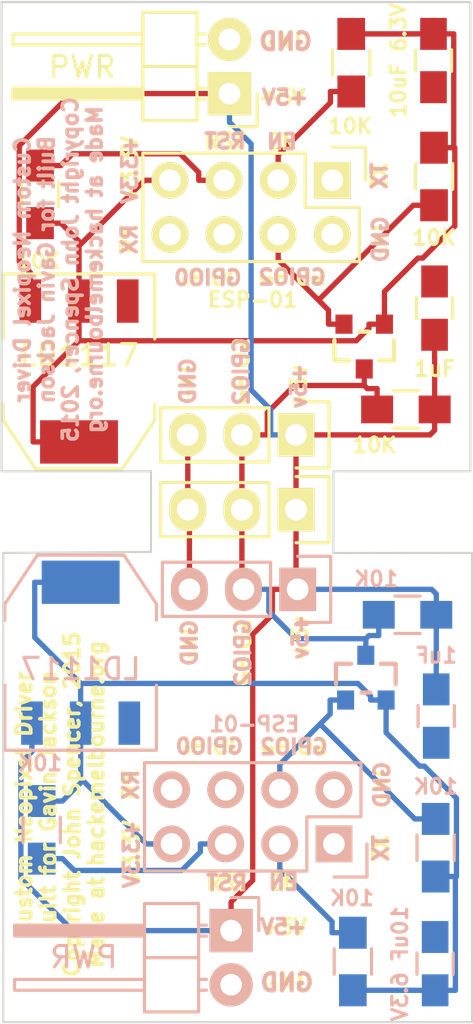
<source format=kicad_pcb>
(kicad_pcb (version 4) (host pcbnew 4.0.0-rc1-stable)

  (general
    (links 54)
    (no_connects 20)
    (area 65.917399 18.741399 88.242401 67.034401)
    (thickness 1.6)
    (drawings 66)
    (tracks 151)
    (zones 0)
    (modules 23)
    (nets 11)
  )

  (page A4)
  (layers
    (0 F.Cu signal)
    (31 B.Cu signal)
    (32 B.Adhes user)
    (33 F.Adhes user)
    (34 B.Paste user)
    (35 F.Paste user)
    (36 B.SilkS user)
    (37 F.SilkS user)
    (38 B.Mask user)
    (39 F.Mask user)
    (40 Dwgs.User user)
    (41 Cmts.User user)
    (42 Eco1.User user)
    (43 Eco2.User user)
    (44 Edge.Cuts user)
    (45 Margin user)
    (46 B.CrtYd user)
    (47 F.CrtYd user)
    (48 B.Fab user)
    (49 F.Fab user)
  )

  (setup
    (last_trace_width 0.25)
    (trace_clearance 0.2)
    (zone_clearance 0.508)
    (zone_45_only yes)
    (trace_min 0.2)
    (segment_width 0.2)
    (edge_width 0.1)
    (via_size 0.6)
    (via_drill 0.4)
    (via_min_size 0.4)
    (via_min_drill 0.3)
    (uvia_size 0.3)
    (uvia_drill 0.1)
    (uvias_allowed no)
    (uvia_min_size 0.2)
    (uvia_min_drill 0.1)
    (pcb_text_width 0.3)
    (pcb_text_size 1.5 1.5)
    (mod_edge_width 0.15)
    (mod_text_size 1 1)
    (mod_text_width 0.15)
    (pad_size 1.5 1.5)
    (pad_drill 0.6)
    (pad_to_mask_clearance 0)
    (aux_axis_origin 0 0)
    (grid_origin 34.29 56.261)
    (visible_elements 7FFFF7FF)
    (pcbplotparams
      (layerselection 0x010ff_80000001)
      (usegerberextensions false)
      (excludeedgelayer true)
      (linewidth 0.100000)
      (plotframeref false)
      (viasonmask false)
      (mode 1)
      (useauxorigin false)
      (hpglpennumber 1)
      (hpglpenspeed 20)
      (hpglpendiameter 15)
      (hpglpenoverlay 2)
      (psnegative false)
      (psa4output false)
      (plotreference true)
      (plotvalue true)
      (plotinvisibletext false)
      (padsonsilk false)
      (subtractmaskfromsilk false)
      (outputformat 1)
      (mirror false)
      (drillshape 0)
      (scaleselection 1)
      (outputdirectory Gerber.2/))
  )

  (net 0 "")
  (net 1 +5V)
  (net 2 GND)
  (net 3 +3V3)
  (net 4 NEO)
  (net 5 GPIO2)
  (net 6 "Net-(R1-Pad1)")
  (net 7 "Net-(R2-Pad1)")
  (net 8 TX)
  (net 9 "Net-(U2-Pad6)")
  (net 10 RX)

  (net_class Default "This is the default net class."
    (clearance 0.2)
    (trace_width 0.25)
    (via_dia 0.6)
    (via_drill 0.4)
    (uvia_dia 0.3)
    (uvia_drill 0.1)
    (add_net +3V3)
    (add_net +5V)
    (add_net GND)
    (add_net GPIO2)
    (add_net NEO)
    (add_net "Net-(R1-Pad1)")
    (add_net "Net-(R2-Pad1)")
    (add_net "Net-(U2-Pad6)")
    (add_net RX)
    (add_net TX)
  )

  (module Pin_Headers:Pin_Header_Straight_2x04 (layer B.Cu) (tedit 567FC876) (tstamp 567FCAF0)
    (at 81.7118 58.4454 90)
    (descr "Through hole pin header")
    (tags "pin header")
    (path /567A850C)
    (fp_text reference U2 (at 0 5.1 90) (layer B.SilkS) hide
      (effects (font (size 1 1) (thickness 0.15)) (justify mirror))
    )
    (fp_text value ESP-01 (at 5.6134 -3.7338 360) (layer B.SilkS)
      (effects (font (size 0.7 0.7) (thickness 0.15)) (justify mirror))
    )
    (fp_line (start -1.75 1.75) (end -1.75 -9.4) (layer B.CrtYd) (width 0.05))
    (fp_line (start 4.3 1.75) (end 4.3 -9.4) (layer B.CrtYd) (width 0.05))
    (fp_line (start -1.75 1.75) (end 4.3 1.75) (layer B.CrtYd) (width 0.05))
    (fp_line (start -1.75 -9.4) (end 4.3 -9.4) (layer B.CrtYd) (width 0.05))
    (fp_line (start -1.27 -1.27) (end -1.27 -8.89) (layer B.SilkS) (width 0.15))
    (fp_line (start -1.27 -8.89) (end 3.81 -8.89) (layer B.SilkS) (width 0.15))
    (fp_line (start 3.81 -8.89) (end 3.81 1.27) (layer B.SilkS) (width 0.15))
    (fp_line (start 3.81 1.27) (end 1.27 1.27) (layer B.SilkS) (width 0.15))
    (fp_line (start 0 1.55) (end -1.55 1.55) (layer B.SilkS) (width 0.15))
    (fp_line (start 1.27 1.27) (end 1.27 -1.27) (layer B.SilkS) (width 0.15))
    (fp_line (start 1.27 -1.27) (end -1.27 -1.27) (layer B.SilkS) (width 0.15))
    (fp_line (start -1.55 1.55) (end -1.55 0) (layer B.SilkS) (width 0.15))
    (pad 1 thru_hole rect (at 0 0 90) (size 1.7272 1.7272) (drill 1.016) (layers *.Cu *.Mask B.SilkS)
      (net 8 TX))
    (pad 2 thru_hole oval (at 2.54 0 90) (size 1.7272 1.7272) (drill 1.016) (layers *.Cu *.Mask B.SilkS)
      (net 2 GND))
    (pad 3 thru_hole oval (at 0 -2.54 90) (size 1.7272 1.7272) (drill 1.016) (layers *.Cu *.Mask B.SilkS)
      (net 7 "Net-(R2-Pad1)"))
    (pad 4 thru_hole oval (at 2.54 -2.54 90) (size 1.7272 1.7272) (drill 1.016) (layers *.Cu *.Mask B.SilkS)
      (net 5 GPIO2))
    (pad 5 thru_hole oval (at 0 -5.08 90) (size 1.7272 1.7272) (drill 1.016) (layers *.Cu *.Mask B.SilkS)
      (net 6 "Net-(R1-Pad1)"))
    (pad 6 thru_hole oval (at 2.54 -5.08 90) (size 1.7272 1.7272) (drill 1.016) (layers *.Cu *.Mask B.SilkS)
      (net 9 "Net-(U2-Pad6)"))
    (pad 7 thru_hole oval (at 0 -7.62 90) (size 1.7272 1.7272) (drill 1.016) (layers *.Cu *.Mask B.SilkS)
      (net 3 +3V3))
    (pad 8 thru_hole oval (at 2.54 -7.62 90) (size 1.7272 1.7272) (drill 1.016) (layers *.Cu *.Mask B.SilkS)
      (net 10 RX))
    (model Pin_Headers.3dshapes/Pin_Header_Straight_2x04.wrl
      (at (xyz 0.05 -0.15 0))
      (scale (xyz 1 1 1))
      (rotate (xyz 0 0 90))
    )
  )

  (module Pin_Headers:Pin_Header_Straight_1x03 (layer B.Cu) (tedit 567FBE6F) (tstamp 567FCADF)
    (at 80.01 46.5074 90)
    (descr "Through hole pin header")
    (tags "pin header")
    (path /567E62BC)
    (fp_text reference " P1" (at -2.921 1.8288 90) (layer B.SilkS) hide
      (effects (font (size 1 1) (thickness 0.15)) (justify mirror))
    )
    (fp_text value NEOPIXEL (at -2.3876 -2.4384 360) (layer B.SilkS) hide
      (effects (font (size 0.7 0.7) (thickness 0.15)) (justify mirror))
    )
    (fp_line (start -1.75 1.75) (end -1.75 -6.85) (layer B.CrtYd) (width 0.05))
    (fp_line (start 1.75 1.75) (end 1.75 -6.85) (layer B.CrtYd) (width 0.05))
    (fp_line (start -1.75 1.75) (end 1.75 1.75) (layer B.CrtYd) (width 0.05))
    (fp_line (start -1.75 -6.85) (end 1.75 -6.85) (layer B.CrtYd) (width 0.05))
    (fp_line (start -1.27 -1.27) (end -1.27 -6.35) (layer B.SilkS) (width 0.15))
    (fp_line (start -1.27 -6.35) (end 1.27 -6.35) (layer B.SilkS) (width 0.15))
    (fp_line (start 1.27 -6.35) (end 1.27 -1.27) (layer B.SilkS) (width 0.15))
    (fp_line (start 1.55 1.55) (end 1.55 0) (layer B.SilkS) (width 0.15))
    (fp_line (start 1.27 -1.27) (end -1.27 -1.27) (layer B.SilkS) (width 0.15))
    (fp_line (start -1.55 0) (end -1.55 1.55) (layer B.SilkS) (width 0.15))
    (fp_line (start -1.55 1.55) (end 1.55 1.55) (layer B.SilkS) (width 0.15))
    (pad 1 thru_hole rect (at 0 0 90) (size 2.032 1.7272) (drill 1.016) (layers *.Cu *.Mask B.SilkS)
      (net 1 +5V))
    (pad 2 thru_hole oval (at 0 -2.54 90) (size 2.032 1.7272) (drill 1.016) (layers *.Cu *.Mask B.SilkS)
      (net 4 NEO))
    (pad 3 thru_hole oval (at 0 -5.08 90) (size 2.032 1.7272) (drill 1.016) (layers *.Cu *.Mask B.SilkS)
      (net 2 GND))
    (model Pin_Headers.3dshapes/Pin_Header_Straight_1x03.wrl
      (at (xyz 0 -0.1 0))
      (scale (xyz 1 1 1))
      (rotate (xyz 0 0 90))
    )
  )

  (module TO_SOT_Packages_SMD:SOT-223 placed (layer B.Cu) (tedit 567FB8E6) (tstamp 567FCAD0)
    (at 69.8246 49.4792 180)
    (descr "module CMS SOT223 4 pins")
    (tags "CMS SOT")
    (path /558D64A3)
    (attr smd)
    (fp_text reference U1 (at 0 0.762 180) (layer B.SilkS) hide
      (effects (font (size 1 1) (thickness 0.15)) (justify mirror))
    )
    (fp_text value LD1117 (at 0 -0.762 180) (layer B.SilkS)
      (effects (font (size 1 1) (thickness 0.15)) (justify mirror))
    )
    (fp_line (start -3.556 -1.524) (end -3.556 -4.572) (layer B.SilkS) (width 0.15))
    (fp_line (start -3.556 -4.572) (end 3.556 -4.572) (layer B.SilkS) (width 0.15))
    (fp_line (start 3.556 -4.572) (end 3.556 -1.524) (layer B.SilkS) (width 0.15))
    (fp_line (start -3.556 1.524) (end -3.556 2.286) (layer B.SilkS) (width 0.15))
    (fp_line (start -3.556 2.286) (end -2.032 4.572) (layer B.SilkS) (width 0.15))
    (fp_line (start -2.032 4.572) (end 2.032 4.572) (layer B.SilkS) (width 0.15))
    (fp_line (start 2.032 4.572) (end 3.556 2.286) (layer B.SilkS) (width 0.15))
    (fp_line (start 3.556 2.286) (end 3.556 1.524) (layer B.SilkS) (width 0.15))
    (pad 4 smd rect (at 0 3.302 180) (size 3.6576 2.032) (layers B.Cu B.Paste B.Mask)
      (net 3 +3V3))
    (pad 2 smd rect (at 0 -3.302 180) (size 1.016 2.032) (layers B.Cu B.Paste B.Mask)
      (net 3 +3V3))
    (pad 3 smd rect (at 2.286 -3.302 180) (size 1.016 2.032) (layers B.Cu B.Paste B.Mask)
      (net 1 +5V))
    (pad 1 smd rect (at -2.286 -3.302 180) (size 1.016 2.032) (layers B.Cu B.Paste B.Mask)
      (net 2 GND))
    (model TO_SOT_Packages_SMD.3dshapes/SOT-223.wrl
      (at (xyz 0 0 0))
      (scale (xyz 0.4 0.4 0.4))
      (rotate (xyz 0 0 0))
    )
  )

  (module Resistors_SMD:R_0805_HandSoldering placed (layer B.Cu) (tedit 567FC13D) (tstamp 567FCAC5)
    (at 86.487 58.6232 90)
    (descr "Resistor SMD 0805, hand soldering")
    (tags "resistor 0805")
    (path /567E148E)
    (attr smd)
    (fp_text reference R4 (at -0.0508 -1.5494 90) (layer B.SilkS) hide
      (effects (font (size 1 1) (thickness 0.15)) (justify mirror))
    )
    (fp_text value 10K (at 2.8702 0 360) (layer B.SilkS)
      (effects (font (size 0.7 0.7) (thickness 0.15)) (justify mirror))
    )
    (fp_line (start -2.4 1) (end 2.4 1) (layer B.CrtYd) (width 0.05))
    (fp_line (start -2.4 -1) (end 2.4 -1) (layer B.CrtYd) (width 0.05))
    (fp_line (start -2.4 1) (end -2.4 -1) (layer B.CrtYd) (width 0.05))
    (fp_line (start 2.4 1) (end 2.4 -1) (layer B.CrtYd) (width 0.05))
    (fp_line (start 0.6 -0.875) (end -0.6 -0.875) (layer B.SilkS) (width 0.15))
    (fp_line (start -0.6 0.875) (end 0.6 0.875) (layer B.SilkS) (width 0.15))
    (pad 1 smd rect (at -1.35 0 90) (size 1.5 1.3) (layers B.Cu B.Paste B.Mask)
      (net 3 +3V3))
    (pad 2 smd rect (at 1.35 0 90) (size 1.5 1.3) (layers B.Cu B.Paste B.Mask)
      (net 5 GPIO2))
    (model Resistors_SMD.3dshapes/R_0805_HandSoldering.wrl
      (at (xyz 0 0 0))
      (scale (xyz 1 1 1))
      (rotate (xyz 0 0 0))
    )
  )

  (module Resistors_SMD:R_0805_HandSoldering placed (layer B.Cu) (tedit 567FBAB1) (tstamp 567FCABA)
    (at 85.1662 47.7012 180)
    (descr "Resistor SMD 0805, hand soldering")
    (tags "resistor 0805")
    (path /567E4DB7)
    (attr smd)
    (fp_text reference R3 (at 0 2.1 180) (layer B.SilkS) hide
      (effects (font (size 1 1) (thickness 0.15)) (justify mirror))
    )
    (fp_text value 10K (at 1.4732 1.6764 360) (layer B.SilkS)
      (effects (font (size 0.7 0.7) (thickness 0.15)) (justify mirror))
    )
    (fp_line (start -2.4 1) (end 2.4 1) (layer B.CrtYd) (width 0.05))
    (fp_line (start -2.4 -1) (end 2.4 -1) (layer B.CrtYd) (width 0.05))
    (fp_line (start -2.4 1) (end -2.4 -1) (layer B.CrtYd) (width 0.05))
    (fp_line (start 2.4 1) (end 2.4 -1) (layer B.CrtYd) (width 0.05))
    (fp_line (start 0.6 -0.875) (end -0.6 -0.875) (layer B.SilkS) (width 0.15))
    (fp_line (start -0.6 0.875) (end 0.6 0.875) (layer B.SilkS) (width 0.15))
    (pad 1 smd rect (at -1.35 0 180) (size 1.5 1.3) (layers B.Cu B.Paste B.Mask)
      (net 1 +5V))
    (pad 2 smd rect (at 1.35 0 180) (size 1.5 1.3) (layers B.Cu B.Paste B.Mask)
      (net 4 NEO))
    (model Resistors_SMD.3dshapes/R_0805_HandSoldering.wrl
      (at (xyz 0 0 0))
      (scale (xyz 1 1 1))
      (rotate (xyz 0 0 0))
    )
  )

  (module Resistors_SMD:R_0805_HandSoldering placed (layer B.Cu) (tedit 567FBA08) (tstamp 567FCAAF)
    (at 82.6008 63.9572 270)
    (descr "Resistor SMD 0805, hand soldering")
    (tags "resistor 0805")
    (path /567D3807)
    (attr smd)
    (fp_text reference R2 (at -3.1242 -0.0254 540) (layer B.SilkS) hide
      (effects (font (size 1 1) (thickness 0.15)) (justify mirror))
    )
    (fp_text value 10K (at -2.9718 0.0508 540) (layer B.SilkS)
      (effects (font (size 0.7 0.7) (thickness 0.15)) (justify mirror))
    )
    (fp_line (start -2.4 1) (end 2.4 1) (layer B.CrtYd) (width 0.05))
    (fp_line (start -2.4 -1) (end 2.4 -1) (layer B.CrtYd) (width 0.05))
    (fp_line (start -2.4 1) (end -2.4 -1) (layer B.CrtYd) (width 0.05))
    (fp_line (start 2.4 1) (end 2.4 -1) (layer B.CrtYd) (width 0.05))
    (fp_line (start 0.6 -0.875) (end -0.6 -0.875) (layer B.SilkS) (width 0.15))
    (fp_line (start -0.6 0.875) (end 0.6 0.875) (layer B.SilkS) (width 0.15))
    (pad 1 smd rect (at -1.35 0 270) (size 1.5 1.3) (layers B.Cu B.Paste B.Mask)
      (net 7 "Net-(R2-Pad1)"))
    (pad 2 smd rect (at 1.35 0 270) (size 1.5 1.3) (layers B.Cu B.Paste B.Mask)
      (net 3 +3V3))
    (model Resistors_SMD.3dshapes/R_0805_HandSoldering.wrl
      (at (xyz 0 0 0))
      (scale (xyz 1 1 1))
      (rotate (xyz 0 0 0))
    )
  )

  (module Resistors_SMD:R_0805_HandSoldering placed (layer B.Cu) (tedit 567FB797) (tstamp 567FCAA4)
    (at 67.9958 57.785 90)
    (descr "Resistor SMD 0805, hand soldering")
    (tags "resistor 0805")
    (path /54EDD918)
    (attr smd)
    (fp_text reference R1 (at -3.048 -0.0254 360) (layer B.SilkS) hide
      (effects (font (size 1 1) (thickness 0.15)) (justify mirror))
    )
    (fp_text value 10K (at 3.1242 -0.0762 360) (layer B.SilkS)
      (effects (font (size 0.7 0.7) (thickness 0.15)) (justify mirror))
    )
    (fp_line (start -2.4 1) (end 2.4 1) (layer B.CrtYd) (width 0.05))
    (fp_line (start -2.4 -1) (end 2.4 -1) (layer B.CrtYd) (width 0.05))
    (fp_line (start -2.4 1) (end -2.4 -1) (layer B.CrtYd) (width 0.05))
    (fp_line (start 2.4 1) (end 2.4 -1) (layer B.CrtYd) (width 0.05))
    (fp_line (start 0.6 -0.875) (end -0.6 -0.875) (layer B.SilkS) (width 0.15))
    (fp_line (start -0.6 0.875) (end 0.6 0.875) (layer B.SilkS) (width 0.15))
    (pad 1 smd rect (at -1.35 0 90) (size 1.5 1.3) (layers B.Cu B.Paste B.Mask)
      (net 6 "Net-(R1-Pad1)"))
    (pad 2 smd rect (at 1.35 0 90) (size 1.5 1.3) (layers B.Cu B.Paste B.Mask)
      (net 3 +3V3))
    (model Resistors_SMD.3dshapes/R_0805_HandSoldering.wrl
      (at (xyz 0 0 0))
      (scale (xyz 1 1 1))
      (rotate (xyz 0 0 0))
    )
  )

  (module FT:SOT23_FET placed (layer B.Cu) (tedit 5477A114) (tstamp 567FCA99)
    (at 83.2104 50.6984 180)
    (path /567E4821)
    (attr smd)
    (fp_text reference Q1 (at 0 0.05 180) (layer Eco1.User)
      (effects (font (size 0.5 0.5) (thickness 0.1)))
    )
    (fp_text value 2n7002 (at 0 -2.1 180) (layer Eco1.User) hide
      (effects (font (size 0.5 0.5) (thickness 0.1)))
    )
    (fp_line (start -0.20066 -0.65024) (end 0.20066 -0.65024) (layer B.SilkS) (width 0.20066))
    (fp_line (start 1.39954 0.70104) (end 1.39954 -0.24892) (layer B.SilkS) (width 0.20066))
    (fp_line (start 1.39954 0.70104) (end 0.70104 0.70104) (layer B.SilkS) (width 0.20066))
    (fp_line (start -1.39954 0.70104) (end -0.70104 0.70104) (layer B.SilkS) (width 0.20066))
    (fp_line (start -1.39954 0.70104) (end -1.39954 -0.24892) (layer B.SilkS) (width 0.20066))
    (pad D smd rect (at 0 1.09982 180) (size 0.8001 0.89916) (layers B.Cu B.Paste B.Mask)
      (net 4 NEO))
    (pad G smd rect (at -0.94996 -1.00076 180) (size 0.8001 0.89916) (layers B.Cu B.Paste B.Mask)
      (net 3 +3V3))
    (pad S smd rect (at 0.94996 -1.00076 180) (size 0.8001 0.89916) (layers B.Cu B.Paste B.Mask)
      (net 5 GPIO2))
  )

  (module Pin_Headers:Pin_Header_Angled_1x02 (layer B.Cu) (tedit 567FBE8B) (tstamp 567FCA77)
    (at 76.8858 62.5094 180)
    (descr "Through hole pin header")
    (tags "pin header")
    (path /558E5C4B)
    (fp_text reference P3 (at 5.2578 -1.3462 180) (layer B.SilkS) hide
      (effects (font (size 1 1) (thickness 0.15)) (justify mirror))
    )
    (fp_text value PWR (at 6.9088 -1.2446 360) (layer B.SilkS)
      (effects (font (size 1 1) (thickness 0.15)) (justify mirror))
    )
    (fp_line (start -1.5 1.75) (end -1.5 -4.3) (layer B.CrtYd) (width 0.05))
    (fp_line (start 10.65 1.75) (end 10.65 -4.3) (layer B.CrtYd) (width 0.05))
    (fp_line (start -1.5 1.75) (end 10.65 1.75) (layer B.CrtYd) (width 0.05))
    (fp_line (start -1.5 -4.3) (end 10.65 -4.3) (layer B.CrtYd) (width 0.05))
    (fp_line (start -1.3 1.55) (end -1.3 0) (layer B.SilkS) (width 0.15))
    (fp_line (start 0 1.55) (end -1.3 1.55) (layer B.SilkS) (width 0.15))
    (fp_line (start 4.191 0.127) (end 10.033 0.127) (layer B.SilkS) (width 0.15))
    (fp_line (start 10.033 0.127) (end 10.033 -0.127) (layer B.SilkS) (width 0.15))
    (fp_line (start 10.033 -0.127) (end 4.191 -0.127) (layer B.SilkS) (width 0.15))
    (fp_line (start 4.191 -0.127) (end 4.191 0) (layer B.SilkS) (width 0.15))
    (fp_line (start 4.191 0) (end 10.033 0) (layer B.SilkS) (width 0.15))
    (fp_line (start 1.524 0.254) (end 1.143 0.254) (layer B.SilkS) (width 0.15))
    (fp_line (start 1.524 -0.254) (end 1.143 -0.254) (layer B.SilkS) (width 0.15))
    (fp_line (start 1.524 -2.286) (end 1.143 -2.286) (layer B.SilkS) (width 0.15))
    (fp_line (start 1.524 -2.794) (end 1.143 -2.794) (layer B.SilkS) (width 0.15))
    (fp_line (start 1.524 1.27) (end 4.064 1.27) (layer B.SilkS) (width 0.15))
    (fp_line (start 1.524 -1.27) (end 4.064 -1.27) (layer B.SilkS) (width 0.15))
    (fp_line (start 1.524 -1.27) (end 1.524 -3.81) (layer B.SilkS) (width 0.15))
    (fp_line (start 1.524 -3.81) (end 4.064 -3.81) (layer B.SilkS) (width 0.15))
    (fp_line (start 4.064 -2.286) (end 10.16 -2.286) (layer B.SilkS) (width 0.15))
    (fp_line (start 10.16 -2.286) (end 10.16 -2.794) (layer B.SilkS) (width 0.15))
    (fp_line (start 10.16 -2.794) (end 4.064 -2.794) (layer B.SilkS) (width 0.15))
    (fp_line (start 4.064 -3.81) (end 4.064 -1.27) (layer B.SilkS) (width 0.15))
    (fp_line (start 4.064 -1.27) (end 4.064 1.27) (layer B.SilkS) (width 0.15))
    (fp_line (start 10.16 -0.254) (end 4.064 -0.254) (layer B.SilkS) (width 0.15))
    (fp_line (start 10.16 0.254) (end 10.16 -0.254) (layer B.SilkS) (width 0.15))
    (fp_line (start 4.064 0.254) (end 10.16 0.254) (layer B.SilkS) (width 0.15))
    (fp_line (start 1.524 -1.27) (end 4.064 -1.27) (layer B.SilkS) (width 0.15))
    (fp_line (start 1.524 1.27) (end 1.524 -1.27) (layer B.SilkS) (width 0.15))
    (pad 1 thru_hole rect (at 0 0 180) (size 2.032 2.032) (drill 1.016) (layers *.Cu *.Mask B.SilkS)
      (net 1 +5V))
    (pad 2 thru_hole oval (at 0 -2.54 180) (size 2.032 2.032) (drill 1.016) (layers *.Cu *.Mask B.SilkS)
      (net 2 GND))
    (model Pin_Headers.3dshapes/Pin_Header_Angled_1x02.wrl
      (at (xyz 0 -0.05 0))
      (scale (xyz 1 1 1))
      (rotate (xyz 0 0 90))
    )
  )

  (module Capacitors_SMD:C_0805_HandSoldering placed (layer B.Cu) (tedit 567FBE81) (tstamp 567FCA6C)
    (at 86.4616 64.0588 90)
    (descr "Capacitor SMD 0805, hand soldering")
    (tags "capacitor 0805")
    (path /558D5C79)
    (attr smd)
    (fp_text reference C2 (at 0 -1.8288 90) (layer B.SilkS) hide
      (effects (font (size 1 1) (thickness 0.15)) (justify mirror))
    )
    (fp_text value "10uF 6.3V" (at 0 -1.651 90) (layer B.SilkS)
      (effects (font (size 0.7 0.7) (thickness 0.15)) (justify mirror))
    )
    (fp_line (start -2.3 1) (end 2.3 1) (layer B.CrtYd) (width 0.05))
    (fp_line (start -2.3 -1) (end 2.3 -1) (layer B.CrtYd) (width 0.05))
    (fp_line (start -2.3 1) (end -2.3 -1) (layer B.CrtYd) (width 0.05))
    (fp_line (start 2.3 1) (end 2.3 -1) (layer B.CrtYd) (width 0.05))
    (fp_line (start 0.5 0.85) (end -0.5 0.85) (layer B.SilkS) (width 0.15))
    (fp_line (start -0.5 -0.85) (end 0.5 -0.85) (layer B.SilkS) (width 0.15))
    (pad 1 smd rect (at -1.25 0 90) (size 1.5 1.25) (layers B.Cu B.Paste B.Mask)
      (net 3 +3V3))
    (pad 2 smd rect (at 1.25 0 90) (size 1.5 1.25) (layers B.Cu B.Paste B.Mask)
      (net 2 GND))
    (model Capacitors_SMD.3dshapes/C_0805_HandSoldering.wrl
      (at (xyz 0 0 0))
      (scale (xyz 1 1 1))
      (rotate (xyz 0 0 0))
    )
  )

  (module Capacitors_SMD:C_0805_HandSoldering placed (layer B.Cu) (tedit 567FBAA1) (tstamp 567FCA61)
    (at 86.5124 52.451 270)
    (descr "Capacitor SMD 0805, hand soldering")
    (tags "capacitor 0805")
    (path /558D5C3E)
    (attr smd)
    (fp_text reference C1 (at 0 2.1 270) (layer B.SilkS) hide
      (effects (font (size 1 1) (thickness 0.15)) (justify mirror))
    )
    (fp_text value 1uF (at -2.8448 0 540) (layer B.SilkS)
      (effects (font (size 0.7 0.7) (thickness 0.15)) (justify mirror))
    )
    (fp_line (start -2.3 1) (end 2.3 1) (layer B.CrtYd) (width 0.05))
    (fp_line (start -2.3 -1) (end 2.3 -1) (layer B.CrtYd) (width 0.05))
    (fp_line (start -2.3 1) (end -2.3 -1) (layer B.CrtYd) (width 0.05))
    (fp_line (start 2.3 1) (end 2.3 -1) (layer B.CrtYd) (width 0.05))
    (fp_line (start 0.5 0.85) (end -0.5 0.85) (layer B.SilkS) (width 0.15))
    (fp_line (start -0.5 -0.85) (end 0.5 -0.85) (layer B.SilkS) (width 0.15))
    (pad 1 smd rect (at -1.25 0 270) (size 1.5 1.25) (layers B.Cu B.Paste B.Mask)
      (net 1 +5V))
    (pad 2 smd rect (at 1.25 0 270) (size 1.5 1.25) (layers B.Cu B.Paste B.Mask)
      (net 2 GND))
    (model Capacitors_SMD.3dshapes/C_0805_HandSoldering.wrl
      (at (xyz 0 0 0))
      (scale (xyz 1 1 1))
      (rotate (xyz 0 0 0))
    )
  )

  (module Capacitors_SMD:C_0805_HandSoldering placed (layer F.Cu) (tedit 567FBAA1) (tstamp 567F9CF5)
    (at 86.4362 33.3248 90)
    (descr "Capacitor SMD 0805, hand soldering")
    (tags "capacitor 0805")
    (path /558D5C3E)
    (attr smd)
    (fp_text reference C1 (at 0 -2.1 90) (layer F.SilkS) hide
      (effects (font (size 1 1) (thickness 0.15)))
    )
    (fp_text value 1uF (at -2.8448 0 180) (layer F.SilkS)
      (effects (font (size 0.7 0.7) (thickness 0.15)))
    )
    (fp_line (start -2.3 -1) (end 2.3 -1) (layer F.CrtYd) (width 0.05))
    (fp_line (start -2.3 1) (end 2.3 1) (layer F.CrtYd) (width 0.05))
    (fp_line (start -2.3 -1) (end -2.3 1) (layer F.CrtYd) (width 0.05))
    (fp_line (start 2.3 -1) (end 2.3 1) (layer F.CrtYd) (width 0.05))
    (fp_line (start 0.5 -0.85) (end -0.5 -0.85) (layer F.SilkS) (width 0.15))
    (fp_line (start -0.5 0.85) (end 0.5 0.85) (layer F.SilkS) (width 0.15))
    (pad 1 smd rect (at -1.25 0 90) (size 1.5 1.25) (layers F.Cu F.Paste F.Mask)
      (net 1 +5V))
    (pad 2 smd rect (at 1.25 0 90) (size 1.5 1.25) (layers F.Cu F.Paste F.Mask)
      (net 2 GND))
    (model Capacitors_SMD.3dshapes/C_0805_HandSoldering.wrl
      (at (xyz 0 0 0))
      (scale (xyz 1 1 1))
      (rotate (xyz 0 0 0))
    )
  )

  (module Capacitors_SMD:C_0805_HandSoldering placed (layer F.Cu) (tedit 567FBE81) (tstamp 567F9CFB)
    (at 86.3854 21.717 270)
    (descr "Capacitor SMD 0805, hand soldering")
    (tags "capacitor 0805")
    (path /558D5C79)
    (attr smd)
    (fp_text reference C2 (at 0 1.8288 270) (layer F.SilkS) hide
      (effects (font (size 1 1) (thickness 0.15)))
    )
    (fp_text value "10uF 6.3V" (at 0 1.651 270) (layer F.SilkS)
      (effects (font (size 0.7 0.7) (thickness 0.15)))
    )
    (fp_line (start -2.3 -1) (end 2.3 -1) (layer F.CrtYd) (width 0.05))
    (fp_line (start -2.3 1) (end 2.3 1) (layer F.CrtYd) (width 0.05))
    (fp_line (start -2.3 -1) (end -2.3 1) (layer F.CrtYd) (width 0.05))
    (fp_line (start 2.3 -1) (end 2.3 1) (layer F.CrtYd) (width 0.05))
    (fp_line (start 0.5 -0.85) (end -0.5 -0.85) (layer F.SilkS) (width 0.15))
    (fp_line (start -0.5 0.85) (end 0.5 0.85) (layer F.SilkS) (width 0.15))
    (pad 1 smd rect (at -1.25 0 270) (size 1.5 1.25) (layers F.Cu F.Paste F.Mask)
      (net 3 +3V3))
    (pad 2 smd rect (at 1.25 0 270) (size 1.5 1.25) (layers F.Cu F.Paste F.Mask)
      (net 2 GND))
    (model Capacitors_SMD.3dshapes/C_0805_HandSoldering.wrl
      (at (xyz 0 0 0))
      (scale (xyz 1 1 1))
      (rotate (xyz 0 0 0))
    )
  )

  (module Pin_Headers:Pin_Header_Angled_1x02 (layer F.Cu) (tedit 567FBE8B) (tstamp 567F9D08)
    (at 76.8096 23.2664 180)
    (descr "Through hole pin header")
    (tags "pin header")
    (path /558E5C4B)
    (fp_text reference P3 (at 5.2578 1.3462 180) (layer F.SilkS) hide
      (effects (font (size 1 1) (thickness 0.15)))
    )
    (fp_text value PWR (at 6.9088 1.2446 360) (layer F.SilkS)
      (effects (font (size 1 1) (thickness 0.15)))
    )
    (fp_line (start -1.5 -1.75) (end -1.5 4.3) (layer F.CrtYd) (width 0.05))
    (fp_line (start 10.65 -1.75) (end 10.65 4.3) (layer F.CrtYd) (width 0.05))
    (fp_line (start -1.5 -1.75) (end 10.65 -1.75) (layer F.CrtYd) (width 0.05))
    (fp_line (start -1.5 4.3) (end 10.65 4.3) (layer F.CrtYd) (width 0.05))
    (fp_line (start -1.3 -1.55) (end -1.3 0) (layer F.SilkS) (width 0.15))
    (fp_line (start 0 -1.55) (end -1.3 -1.55) (layer F.SilkS) (width 0.15))
    (fp_line (start 4.191 -0.127) (end 10.033 -0.127) (layer F.SilkS) (width 0.15))
    (fp_line (start 10.033 -0.127) (end 10.033 0.127) (layer F.SilkS) (width 0.15))
    (fp_line (start 10.033 0.127) (end 4.191 0.127) (layer F.SilkS) (width 0.15))
    (fp_line (start 4.191 0.127) (end 4.191 0) (layer F.SilkS) (width 0.15))
    (fp_line (start 4.191 0) (end 10.033 0) (layer F.SilkS) (width 0.15))
    (fp_line (start 1.524 -0.254) (end 1.143 -0.254) (layer F.SilkS) (width 0.15))
    (fp_line (start 1.524 0.254) (end 1.143 0.254) (layer F.SilkS) (width 0.15))
    (fp_line (start 1.524 2.286) (end 1.143 2.286) (layer F.SilkS) (width 0.15))
    (fp_line (start 1.524 2.794) (end 1.143 2.794) (layer F.SilkS) (width 0.15))
    (fp_line (start 1.524 -1.27) (end 4.064 -1.27) (layer F.SilkS) (width 0.15))
    (fp_line (start 1.524 1.27) (end 4.064 1.27) (layer F.SilkS) (width 0.15))
    (fp_line (start 1.524 1.27) (end 1.524 3.81) (layer F.SilkS) (width 0.15))
    (fp_line (start 1.524 3.81) (end 4.064 3.81) (layer F.SilkS) (width 0.15))
    (fp_line (start 4.064 2.286) (end 10.16 2.286) (layer F.SilkS) (width 0.15))
    (fp_line (start 10.16 2.286) (end 10.16 2.794) (layer F.SilkS) (width 0.15))
    (fp_line (start 10.16 2.794) (end 4.064 2.794) (layer F.SilkS) (width 0.15))
    (fp_line (start 4.064 3.81) (end 4.064 1.27) (layer F.SilkS) (width 0.15))
    (fp_line (start 4.064 1.27) (end 4.064 -1.27) (layer F.SilkS) (width 0.15))
    (fp_line (start 10.16 0.254) (end 4.064 0.254) (layer F.SilkS) (width 0.15))
    (fp_line (start 10.16 -0.254) (end 10.16 0.254) (layer F.SilkS) (width 0.15))
    (fp_line (start 4.064 -0.254) (end 10.16 -0.254) (layer F.SilkS) (width 0.15))
    (fp_line (start 1.524 1.27) (end 4.064 1.27) (layer F.SilkS) (width 0.15))
    (fp_line (start 1.524 -1.27) (end 1.524 1.27) (layer F.SilkS) (width 0.15))
    (pad 1 thru_hole rect (at 0 0 180) (size 2.032 2.032) (drill 1.016) (layers *.Cu *.Mask F.SilkS)
      (net 1 +5V))
    (pad 2 thru_hole oval (at 0 2.54 180) (size 2.032 2.032) (drill 1.016) (layers *.Cu *.Mask F.SilkS)
      (net 2 GND))
    (model Pin_Headers.3dshapes/Pin_Header_Angled_1x02.wrl
      (at (xyz 0 -0.05 0))
      (scale (xyz 1 1 1))
      (rotate (xyz 0 0 90))
    )
  )

  (module FT:SOT23_FET placed (layer F.Cu) (tedit 5477A114) (tstamp 567F9D0F)
    (at 83.1342 35.0774 180)
    (path /567E4821)
    (attr smd)
    (fp_text reference Q1 (at 0 -0.05 180) (layer Eco1.User)
      (effects (font (size 0.5 0.5) (thickness 0.1)))
    )
    (fp_text value 2n7002 (at 0 2.1 180) (layer Eco1.User) hide
      (effects (font (size 0.5 0.5) (thickness 0.1)))
    )
    (fp_line (start -0.20066 0.65024) (end 0.20066 0.65024) (layer F.SilkS) (width 0.20066))
    (fp_line (start 1.39954 -0.70104) (end 1.39954 0.24892) (layer F.SilkS) (width 0.20066))
    (fp_line (start 1.39954 -0.70104) (end 0.70104 -0.70104) (layer F.SilkS) (width 0.20066))
    (fp_line (start -1.39954 -0.70104) (end -0.70104 -0.70104) (layer F.SilkS) (width 0.20066))
    (fp_line (start -1.39954 -0.70104) (end -1.39954 0.24892) (layer F.SilkS) (width 0.20066))
    (pad D smd rect (at 0 -1.09982 180) (size 0.8001 0.89916) (layers F.Cu F.Paste F.Mask)
      (net 4 NEO))
    (pad G smd rect (at -0.94996 1.00076 180) (size 0.8001 0.89916) (layers F.Cu F.Paste F.Mask)
      (net 3 +3V3))
    (pad S smd rect (at 0.94996 1.00076 180) (size 0.8001 0.89916) (layers F.Cu F.Paste F.Mask)
      (net 5 GPIO2))
  )

  (module Resistors_SMD:R_0805_HandSoldering placed (layer F.Cu) (tedit 567FB797) (tstamp 567F9D15)
    (at 67.9196 27.9908 270)
    (descr "Resistor SMD 0805, hand soldering")
    (tags "resistor 0805")
    (path /54EDD918)
    (attr smd)
    (fp_text reference R1 (at -3.048 0.0254 360) (layer F.SilkS) hide
      (effects (font (size 1 1) (thickness 0.15)))
    )
    (fp_text value 10K (at 3.1242 0.0762 360) (layer F.SilkS)
      (effects (font (size 0.7 0.7) (thickness 0.15)))
    )
    (fp_line (start -2.4 -1) (end 2.4 -1) (layer F.CrtYd) (width 0.05))
    (fp_line (start -2.4 1) (end 2.4 1) (layer F.CrtYd) (width 0.05))
    (fp_line (start -2.4 -1) (end -2.4 1) (layer F.CrtYd) (width 0.05))
    (fp_line (start 2.4 -1) (end 2.4 1) (layer F.CrtYd) (width 0.05))
    (fp_line (start 0.6 0.875) (end -0.6 0.875) (layer F.SilkS) (width 0.15))
    (fp_line (start -0.6 -0.875) (end 0.6 -0.875) (layer F.SilkS) (width 0.15))
    (pad 1 smd rect (at -1.35 0 270) (size 1.5 1.3) (layers F.Cu F.Paste F.Mask)
      (net 6 "Net-(R1-Pad1)"))
    (pad 2 smd rect (at 1.35 0 270) (size 1.5 1.3) (layers F.Cu F.Paste F.Mask)
      (net 3 +3V3))
    (model Resistors_SMD.3dshapes/R_0805_HandSoldering.wrl
      (at (xyz 0 0 0))
      (scale (xyz 1 1 1))
      (rotate (xyz 0 0 0))
    )
  )

  (module Resistors_SMD:R_0805_HandSoldering placed (layer F.Cu) (tedit 567FBA08) (tstamp 567F9D1B)
    (at 82.5246 21.8186 90)
    (descr "Resistor SMD 0805, hand soldering")
    (tags "resistor 0805")
    (path /567D3807)
    (attr smd)
    (fp_text reference R2 (at -3.1242 0.0254 180) (layer F.SilkS) hide
      (effects (font (size 1 1) (thickness 0.15)))
    )
    (fp_text value 10K (at -2.9718 -0.0508 180) (layer F.SilkS)
      (effects (font (size 0.7 0.7) (thickness 0.15)))
    )
    (fp_line (start -2.4 -1) (end 2.4 -1) (layer F.CrtYd) (width 0.05))
    (fp_line (start -2.4 1) (end 2.4 1) (layer F.CrtYd) (width 0.05))
    (fp_line (start -2.4 -1) (end -2.4 1) (layer F.CrtYd) (width 0.05))
    (fp_line (start 2.4 -1) (end 2.4 1) (layer F.CrtYd) (width 0.05))
    (fp_line (start 0.6 0.875) (end -0.6 0.875) (layer F.SilkS) (width 0.15))
    (fp_line (start -0.6 -0.875) (end 0.6 -0.875) (layer F.SilkS) (width 0.15))
    (pad 1 smd rect (at -1.35 0 90) (size 1.5 1.3) (layers F.Cu F.Paste F.Mask)
      (net 7 "Net-(R2-Pad1)"))
    (pad 2 smd rect (at 1.35 0 90) (size 1.5 1.3) (layers F.Cu F.Paste F.Mask)
      (net 3 +3V3))
    (model Resistors_SMD.3dshapes/R_0805_HandSoldering.wrl
      (at (xyz 0 0 0))
      (scale (xyz 1 1 1))
      (rotate (xyz 0 0 0))
    )
  )

  (module Resistors_SMD:R_0805_HandSoldering placed (layer F.Cu) (tedit 567FBAB1) (tstamp 567F9D21)
    (at 85.09 38.0746 180)
    (descr "Resistor SMD 0805, hand soldering")
    (tags "resistor 0805")
    (path /567E4DB7)
    (attr smd)
    (fp_text reference R3 (at 0 -2.1 180) (layer F.SilkS) hide
      (effects (font (size 1 1) (thickness 0.15)))
    )
    (fp_text value 10K (at 1.4732 -1.6764 360) (layer F.SilkS)
      (effects (font (size 0.7 0.7) (thickness 0.15)))
    )
    (fp_line (start -2.4 -1) (end 2.4 -1) (layer F.CrtYd) (width 0.05))
    (fp_line (start -2.4 1) (end 2.4 1) (layer F.CrtYd) (width 0.05))
    (fp_line (start -2.4 -1) (end -2.4 1) (layer F.CrtYd) (width 0.05))
    (fp_line (start 2.4 -1) (end 2.4 1) (layer F.CrtYd) (width 0.05))
    (fp_line (start 0.6 0.875) (end -0.6 0.875) (layer F.SilkS) (width 0.15))
    (fp_line (start -0.6 -0.875) (end 0.6 -0.875) (layer F.SilkS) (width 0.15))
    (pad 1 smd rect (at -1.35 0 180) (size 1.5 1.3) (layers F.Cu F.Paste F.Mask)
      (net 1 +5V))
    (pad 2 smd rect (at 1.35 0 180) (size 1.5 1.3) (layers F.Cu F.Paste F.Mask)
      (net 4 NEO))
    (model Resistors_SMD.3dshapes/R_0805_HandSoldering.wrl
      (at (xyz 0 0 0))
      (scale (xyz 1 1 1))
      (rotate (xyz 0 0 0))
    )
  )

  (module Resistors_SMD:R_0805_HandSoldering placed (layer F.Cu) (tedit 567FC13D) (tstamp 567F9D27)
    (at 86.4108 27.1526 270)
    (descr "Resistor SMD 0805, hand soldering")
    (tags "resistor 0805")
    (path /567E148E)
    (attr smd)
    (fp_text reference R4 (at -0.0508 1.5494 270) (layer F.SilkS) hide
      (effects (font (size 1 1) (thickness 0.15)))
    )
    (fp_text value 10K (at 2.8702 0 360) (layer F.SilkS)
      (effects (font (size 0.7 0.7) (thickness 0.15)))
    )
    (fp_line (start -2.4 -1) (end 2.4 -1) (layer F.CrtYd) (width 0.05))
    (fp_line (start -2.4 1) (end 2.4 1) (layer F.CrtYd) (width 0.05))
    (fp_line (start -2.4 -1) (end -2.4 1) (layer F.CrtYd) (width 0.05))
    (fp_line (start 2.4 -1) (end 2.4 1) (layer F.CrtYd) (width 0.05))
    (fp_line (start 0.6 0.875) (end -0.6 0.875) (layer F.SilkS) (width 0.15))
    (fp_line (start -0.6 -0.875) (end 0.6 -0.875) (layer F.SilkS) (width 0.15))
    (pad 1 smd rect (at -1.35 0 270) (size 1.5 1.3) (layers F.Cu F.Paste F.Mask)
      (net 3 +3V3))
    (pad 2 smd rect (at 1.35 0 270) (size 1.5 1.3) (layers F.Cu F.Paste F.Mask)
      (net 5 GPIO2))
    (model Resistors_SMD.3dshapes/R_0805_HandSoldering.wrl
      (at (xyz 0 0 0))
      (scale (xyz 1 1 1))
      (rotate (xyz 0 0 0))
    )
  )

  (module TO_SOT_Packages_SMD:SOT-223 placed (layer F.Cu) (tedit 567FB8E6) (tstamp 567F9D2F)
    (at 69.7484 36.2966 180)
    (descr "module CMS SOT223 4 pins")
    (tags "CMS SOT")
    (path /558D64A3)
    (attr smd)
    (fp_text reference U1 (at 0 -0.762 180) (layer F.SilkS) hide
      (effects (font (size 1 1) (thickness 0.15)))
    )
    (fp_text value LD1117 (at 0 0.762 180) (layer F.SilkS)
      (effects (font (size 1 1) (thickness 0.15)))
    )
    (fp_line (start -3.556 1.524) (end -3.556 4.572) (layer F.SilkS) (width 0.15))
    (fp_line (start -3.556 4.572) (end 3.556 4.572) (layer F.SilkS) (width 0.15))
    (fp_line (start 3.556 4.572) (end 3.556 1.524) (layer F.SilkS) (width 0.15))
    (fp_line (start -3.556 -1.524) (end -3.556 -2.286) (layer F.SilkS) (width 0.15))
    (fp_line (start -3.556 -2.286) (end -2.032 -4.572) (layer F.SilkS) (width 0.15))
    (fp_line (start -2.032 -4.572) (end 2.032 -4.572) (layer F.SilkS) (width 0.15))
    (fp_line (start 2.032 -4.572) (end 3.556 -2.286) (layer F.SilkS) (width 0.15))
    (fp_line (start 3.556 -2.286) (end 3.556 -1.524) (layer F.SilkS) (width 0.15))
    (pad 4 smd rect (at 0 -3.302 180) (size 3.6576 2.032) (layers F.Cu F.Paste F.Mask)
      (net 3 +3V3))
    (pad 2 smd rect (at 0 3.302 180) (size 1.016 2.032) (layers F.Cu F.Paste F.Mask)
      (net 3 +3V3))
    (pad 3 smd rect (at 2.286 3.302 180) (size 1.016 2.032) (layers F.Cu F.Paste F.Mask)
      (net 1 +5V))
    (pad 1 smd rect (at -2.286 3.302 180) (size 1.016 2.032) (layers F.Cu F.Paste F.Mask)
      (net 2 GND))
    (model TO_SOT_Packages_SMD.3dshapes/SOT-223.wrl
      (at (xyz 0 0 0))
      (scale (xyz 0.4 0.4 0.4))
      (rotate (xyz 0 0 0))
    )
  )

  (module Pin_Headers:Pin_Header_Straight_1x03 (layer F.Cu) (tedit 567FBE6F) (tstamp 567FB6DD)
    (at 79.9338 39.2684 270)
    (descr "Through hole pin header")
    (tags "pin header")
    (path /567E62BC)
    (fp_text reference " P1" (at -2.921 -1.8288 270) (layer F.SilkS) hide
      (effects (font (size 1 1) (thickness 0.15)))
    )
    (fp_text value NEOPIXEL (at -2.3876 2.4384 360) (layer F.SilkS) hide
      (effects (font (size 0.7 0.7) (thickness 0.15)))
    )
    (fp_line (start -1.75 -1.75) (end -1.75 6.85) (layer F.CrtYd) (width 0.05))
    (fp_line (start 1.75 -1.75) (end 1.75 6.85) (layer F.CrtYd) (width 0.05))
    (fp_line (start -1.75 -1.75) (end 1.75 -1.75) (layer F.CrtYd) (width 0.05))
    (fp_line (start -1.75 6.85) (end 1.75 6.85) (layer F.CrtYd) (width 0.05))
    (fp_line (start -1.27 1.27) (end -1.27 6.35) (layer F.SilkS) (width 0.15))
    (fp_line (start -1.27 6.35) (end 1.27 6.35) (layer F.SilkS) (width 0.15))
    (fp_line (start 1.27 6.35) (end 1.27 1.27) (layer F.SilkS) (width 0.15))
    (fp_line (start 1.55 -1.55) (end 1.55 0) (layer F.SilkS) (width 0.15))
    (fp_line (start 1.27 1.27) (end -1.27 1.27) (layer F.SilkS) (width 0.15))
    (fp_line (start -1.55 0) (end -1.55 -1.55) (layer F.SilkS) (width 0.15))
    (fp_line (start -1.55 -1.55) (end 1.55 -1.55) (layer F.SilkS) (width 0.15))
    (pad 1 thru_hole rect (at 0 0 270) (size 2.032 1.7272) (drill 1.016) (layers *.Cu *.Mask F.SilkS)
      (net 1 +5V))
    (pad 2 thru_hole oval (at 0 2.54 270) (size 2.032 1.7272) (drill 1.016) (layers *.Cu *.Mask F.SilkS)
      (net 4 NEO))
    (pad 3 thru_hole oval (at 0 5.08 270) (size 2.032 1.7272) (drill 1.016) (layers *.Cu *.Mask F.SilkS)
      (net 2 GND))
    (model Pin_Headers.3dshapes/Pin_Header_Straight_1x03.wrl
      (at (xyz 0 -0.1 0))
      (scale (xyz 1 1 1))
      (rotate (xyz 0 0 90))
    )
  )

  (module Pin_Headers:Pin_Header_Straight_2x04 (layer F.Cu) (tedit 567FC876) (tstamp 567FBDA1)
    (at 81.6356 27.3304 270)
    (descr "Through hole pin header")
    (tags "pin header")
    (path /567A850C)
    (fp_text reference U2 (at 0 -5.1 270) (layer F.SilkS) hide
      (effects (font (size 1 1) (thickness 0.15)))
    )
    (fp_text value ESP-01 (at 5.6134 3.7338 360) (layer F.SilkS)
      (effects (font (size 0.7 0.7) (thickness 0.15)))
    )
    (fp_line (start -1.75 -1.75) (end -1.75 9.4) (layer F.CrtYd) (width 0.05))
    (fp_line (start 4.3 -1.75) (end 4.3 9.4) (layer F.CrtYd) (width 0.05))
    (fp_line (start -1.75 -1.75) (end 4.3 -1.75) (layer F.CrtYd) (width 0.05))
    (fp_line (start -1.75 9.4) (end 4.3 9.4) (layer F.CrtYd) (width 0.05))
    (fp_line (start -1.27 1.27) (end -1.27 8.89) (layer F.SilkS) (width 0.15))
    (fp_line (start -1.27 8.89) (end 3.81 8.89) (layer F.SilkS) (width 0.15))
    (fp_line (start 3.81 8.89) (end 3.81 -1.27) (layer F.SilkS) (width 0.15))
    (fp_line (start 3.81 -1.27) (end 1.27 -1.27) (layer F.SilkS) (width 0.15))
    (fp_line (start 0 -1.55) (end -1.55 -1.55) (layer F.SilkS) (width 0.15))
    (fp_line (start 1.27 -1.27) (end 1.27 1.27) (layer F.SilkS) (width 0.15))
    (fp_line (start 1.27 1.27) (end -1.27 1.27) (layer F.SilkS) (width 0.15))
    (fp_line (start -1.55 -1.55) (end -1.55 0) (layer F.SilkS) (width 0.15))
    (pad 1 thru_hole rect (at 0 0 270) (size 1.7272 1.7272) (drill 1.016) (layers *.Cu *.Mask F.SilkS)
      (net 8 TX))
    (pad 2 thru_hole oval (at 2.54 0 270) (size 1.7272 1.7272) (drill 1.016) (layers *.Cu *.Mask F.SilkS)
      (net 2 GND))
    (pad 3 thru_hole oval (at 0 2.54 270) (size 1.7272 1.7272) (drill 1.016) (layers *.Cu *.Mask F.SilkS)
      (net 7 "Net-(R2-Pad1)"))
    (pad 4 thru_hole oval (at 2.54 2.54 270) (size 1.7272 1.7272) (drill 1.016) (layers *.Cu *.Mask F.SilkS)
      (net 5 GPIO2))
    (pad 5 thru_hole oval (at 0 5.08 270) (size 1.7272 1.7272) (drill 1.016) (layers *.Cu *.Mask F.SilkS)
      (net 6 "Net-(R1-Pad1)"))
    (pad 6 thru_hole oval (at 2.54 5.08 270) (size 1.7272 1.7272) (drill 1.016) (layers *.Cu *.Mask F.SilkS)
      (net 9 "Net-(U2-Pad6)"))
    (pad 7 thru_hole oval (at 0 7.62 270) (size 1.7272 1.7272) (drill 1.016) (layers *.Cu *.Mask F.SilkS)
      (net 3 +3V3))
    (pad 8 thru_hole oval (at 2.54 7.62 270) (size 1.7272 1.7272) (drill 1.016) (layers *.Cu *.Mask F.SilkS)
      (net 10 RX))
    (model Pin_Headers.3dshapes/Pin_Header_Straight_2x04.wrl
      (at (xyz 0.05 -0.15 0))
      (scale (xyz 1 1 1))
      (rotate (xyz 0 0 90))
    )
  )

  (module Pin_Headers:Pin_Header_Straight_1x03 locked (layer F.Cu) (tedit 567FCAB1) (tstamp 567FCB66)
    (at 79.9338 42.7736 270)
    (descr "Through hole pin header")
    (tags "pin header")
    (fp_text reference REF** (at -8.7884 -7.112 270) (layer F.SilkS) hide
      (effects (font (size 1 1) (thickness 0.15)))
    )
    (fp_text value Pin_Header_Straight_1x03 (at -11.684 -7.1374 270) (layer F.Fab) hide
      (effects (font (size 1 1) (thickness 0.15)))
    )
    (fp_line (start -1.75 -1.75) (end -1.75 6.85) (layer F.CrtYd) (width 0.05))
    (fp_line (start 1.75 -1.75) (end 1.75 6.85) (layer F.CrtYd) (width 0.05))
    (fp_line (start -1.75 -1.75) (end 1.75 -1.75) (layer F.CrtYd) (width 0.05))
    (fp_line (start -1.75 6.85) (end 1.75 6.85) (layer F.CrtYd) (width 0.05))
    (fp_line (start -1.27 1.27) (end -1.27 6.35) (layer F.SilkS) (width 0.15))
    (fp_line (start -1.27 6.35) (end 1.27 6.35) (layer F.SilkS) (width 0.15))
    (fp_line (start 1.27 6.35) (end 1.27 1.27) (layer F.SilkS) (width 0.15))
    (fp_line (start 1.55 -1.55) (end 1.55 0) (layer F.SilkS) (width 0.15))
    (fp_line (start 1.27 1.27) (end -1.27 1.27) (layer F.SilkS) (width 0.15))
    (fp_line (start -1.55 0) (end -1.55 -1.55) (layer F.SilkS) (width 0.15))
    (fp_line (start -1.55 -1.55) (end 1.55 -1.55) (layer F.SilkS) (width 0.15))
    (pad 1 thru_hole rect (at 0 0 270) (size 2.032 1.7272) (drill 1.016) (layers *.Cu *.Mask F.SilkS))
    (pad 2 thru_hole oval (at 0 2.54 270) (size 2.032 1.7272) (drill 1.016) (layers *.Cu *.Mask F.SilkS))
    (pad 3 thru_hole oval (at 0 5.08 270) (size 2.032 1.7272) (drill 1.016) (layers *.Cu *.Mask F.SilkS))
    (model Pin_Headers.3dshapes/Pin_Header_Straight_1x03.wrl
      (at (xyz 0 -0.1 0))
      (scale (xyz 1 1 1))
      (rotate (xyz 0 0 90))
    )
  )

  (gr_line (start 81.6864 44.8056) (end 88.1924 44.802) (angle 90) (layer Edge.Cuts) (width 0.1))
  (gr_line (start 81.6864 40.9702) (end 81.6864 44.8056) (angle 90) (layer Edge.Cuts) (width 0.1))
  (gr_line (start 88.1162 40.9738) (end 81.6864 40.9738) (angle 90) (layer Edge.Cuts) (width 0.1))
  (gr_line (start 73.1266 44.7548) (end 66.1924 44.802) (angle 90) (layer Edge.Cuts) (width 0.1))
  (gr_line (start 73.1266 40.9738) (end 73.1266 44.7548) (angle 90) (layer Edge.Cuts) (width 0.1))
  (gr_line (start 66.1162 40.9738) (end 73.1266 40.9738) (angle 90) (layer Edge.Cuts) (width 0.1))
  (gr_line (start 88.1924 66.802) (end 88.1924 44.802) (angle 90) (layer Edge.Cuts) (width 0.1) (tstamp 567FCB5F))
  (gr_line (start 66.1924 66.802) (end 88.1924 66.802) (angle 90) (layer Edge.Cuts) (width 0.1) (tstamp 567FCB5E))
  (gr_line (start 66.1924 44.802) (end 66.1924 66.802) (angle 90) (layer Edge.Cuts) (width 0.1) (tstamp 567FCB5D))
  (gr_text GND (at 79.502 64.9478) (layer B.SilkS) (tstamp 567FCB5C)
    (effects (font (size 0.8 0.8) (thickness 0.2)) (justify mirror))
  )
  (gr_text +5V (at 79.3496 62.3316) (layer B.SilkS) (tstamp 567FCB5B)
    (effects (font (size 0.7 0.7) (thickness 0.175)) (justify mirror))
  )
  (gr_text GND (at 74.93 49.022 90) (layer B.SilkS) (tstamp 567FCB5A)
    (effects (font (size 0.7 0.7) (thickness 0.175)) (justify mirror))
  )
  (gr_text GPIO2 (at 77.4446 49.4792 90) (layer B.SilkS) (tstamp 567FCB59)
    (effects (font (size 0.7 0.7) (thickness 0.175)) (justify mirror))
  )
  (gr_text +5v (at 80.137 48.7426 90) (layer B.SilkS) (tstamp 567FCB58)
    (effects (font (size 0.7 0.7) (thickness 0.175)) (justify mirror))
  )
  (gr_text GND (at 74.93 49.022 90) (layer F.SilkS) (tstamp 567FCB57)
    (effects (font (size 0.7 0.7) (thickness 0.175)))
  )
  (gr_text GPIO2 (at 77.4446 49.4792 90) (layer F.SilkS) (tstamp 567FCB56)
    (effects (font (size 0.7 0.7) (thickness 0.175)))
  )
  (gr_text +5v (at 80.137 48.7934 90) (layer F.SilkS) (tstamp 567FCB55)
    (effects (font (size 0.7 0.7) (thickness 0.175)))
  )
  (gr_text GND (at 79.5274 64.9478) (layer F.SilkS) (tstamp 567FCB54)
    (effects (font (size 0.8 0.8) (thickness 0.2)))
  )
  (gr_text +5V (at 79.3496 62.3316) (layer F.SilkS) (tstamp 567FCB53)
    (effects (font (size 0.7 0.7) (thickness 0.175)))
  )
  (gr_text GND (at 83.9724 55.6768 90) (layer F.SilkS) (tstamp 567FCB52)
    (effects (font (size 0.7 0.7) (thickness 0.175)))
  )
  (gr_text GPIO2 (at 79.8322 53.8988) (layer B.SilkS) (tstamp 567FCB51)
    (effects (font (size 0.7 0.7) (thickness 0.175)) (justify mirror))
  )
  (gr_text GPIO0 (at 75.8698 53.8734) (layer B.SilkS) (tstamp 567FCB50)
    (effects (font (size 0.7 0.7) (thickness 0.175)) (justify mirror))
  )
  (gr_text RST (at 76.6826 60.2742) (layer F.SilkS) (tstamp 567FCB4F)
    (effects (font (size 0.7 0.7) (thickness 0.175)))
  )
  (gr_text RX (at 72.1868 55.6768 90) (layer F.SilkS) (tstamp 567FCB4E)
    (effects (font (size 0.7 0.7) (thickness 0.175)))
  )
  (gr_text +3.3V (at 72.2122 58.928 90) (layer F.SilkS) (tstamp 567FCB4D)
    (effects (font (size 0.7 0.7) (thickness 0.175)))
  )
  (gr_text TX (at 83.9216 58.6486 90) (layer F.SilkS) (tstamp 567FCB4C)
    (effects (font (size 0.7 0.7) (thickness 0.175)))
  )
  (gr_text EN (at 79.3496 60.2488) (layer F.SilkS) (tstamp 567FCB4B)
    (effects (font (size 0.7 0.7) (thickness 0.175)))
  )
  (gr_text GPIO0 (at 75.8698 53.8734) (layer F.SilkS) (tstamp 567FCB4A)
    (effects (font (size 0.7 0.7) (thickness 0.175)))
  )
  (gr_text GPIO2 (at 79.8322 53.8988) (layer F.SilkS) (tstamp 567FCB49)
    (effects (font (size 0.7 0.7) (thickness 0.175)))
  )
  (gr_text GND (at 83.9724 55.6768 90) (layer B.SilkS) (tstamp 567FCB48)
    (effects (font (size 0.7 0.7) (thickness 0.175)) (justify mirror))
  )
  (gr_text TX (at 83.9216 58.6486 90) (layer B.SilkS) (tstamp 567FCB47)
    (effects (font (size 0.7 0.7) (thickness 0.175)) (justify mirror))
  )
  (gr_text EN (at 79.3496 60.2488) (layer B.SilkS) (tstamp 567FCB46)
    (effects (font (size 0.7 0.7) (thickness 0.175)) (justify mirror))
  )
  (gr_text RST (at 76.6826 60.2742) (layer B.SilkS) (tstamp 567FCB45)
    (effects (font (size 0.7 0.7) (thickness 0.175)) (justify mirror))
  )
  (gr_text +3.3V (at 72.2122 58.928 90) (layer B.SilkS) (tstamp 567FCB44)
    (effects (font (size 0.7 0.7) (thickness 0.175)) (justify mirror))
  )
  (gr_text RX (at 72.1868 55.6768 90) (layer B.SilkS) (tstamp 567FCB43)
    (effects (font (size 0.7 0.7) (thickness 0.175)) (justify mirror))
  )
  (gr_text "Custom Neopixel Driver\nBuilt for Gavin Jackson\nCopyright John Spencer, 2015\nMade at hackemelbourne.org" (at 68.8594 56.5912 90) (layer F.SilkS) (tstamp 567FCB42)
    (effects (font (size 0.7 0.7) (thickness 0.175)))
  )
  (gr_text "Custom Neopixel Driver\nBuilt for Gavin Jackson\nCopyright John Spencer, 2015\nMade at hackemelbourne.org" (at 68.7832 31.5214 90) (layer B.SilkS)
    (effects (font (size 0.7 0.7) (thickness 0.175)) (justify mirror))
  )
  (gr_text RX (at 72.1106 30.099 90) (layer F.SilkS)
    (effects (font (size 0.7 0.7) (thickness 0.175)))
  )
  (gr_text +3.3V (at 72.136 26.8478 90) (layer F.SilkS)
    (effects (font (size 0.7 0.7) (thickness 0.175)))
  )
  (gr_text RST (at 76.6064 25.5016) (layer F.SilkS)
    (effects (font (size 0.7 0.7) (thickness 0.175)))
  )
  (gr_text EN (at 79.2734 25.527) (layer F.SilkS)
    (effects (font (size 0.7 0.7) (thickness 0.175)))
  )
  (gr_text TX (at 83.8454 27.1272 90) (layer F.SilkS)
    (effects (font (size 0.7 0.7) (thickness 0.175)))
  )
  (gr_text GND (at 83.8962 30.099 90) (layer F.SilkS)
    (effects (font (size 0.7 0.7) (thickness 0.175)))
  )
  (gr_text GPIO2 (at 79.756 31.877) (layer B.SilkS)
    (effects (font (size 0.7 0.7) (thickness 0.175)) (justify mirror))
  )
  (gr_text GPIO0 (at 75.7936 31.9024) (layer B.SilkS)
    (effects (font (size 0.7 0.7) (thickness 0.175)) (justify mirror))
  )
  (gr_text EN (at 79.2734 25.527) (layer B.SilkS)
    (effects (font (size 0.7 0.7) (thickness 0.175)) (justify mirror))
  )
  (gr_text TX (at 83.8454 27.1272 90) (layer B.SilkS)
    (effects (font (size 0.7 0.7) (thickness 0.175)) (justify mirror))
  )
  (gr_text +3.3V (at 72.136 26.8478 90) (layer B.SilkS)
    (effects (font (size 0.7 0.7) (thickness 0.175)) (justify mirror))
  )
  (gr_text RX (at 72.1106 30.099 90) (layer B.SilkS)
    (effects (font (size 0.7 0.7) (thickness 0.175)) (justify mirror))
  )
  (gr_text RST (at 76.6064 25.5016) (layer B.SilkS)
    (effects (font (size 0.7 0.7) (thickness 0.175)) (justify mirror))
  )
  (gr_text GPIO0 (at 75.7936 31.9024) (layer F.SilkS)
    (effects (font (size 0.7 0.7) (thickness 0.175)))
  )
  (gr_text GPIO2 (at 79.756 31.877) (layer F.SilkS)
    (effects (font (size 0.7 0.7) (thickness 0.175)))
  )
  (gr_text GND (at 83.8962 30.099 90) (layer B.SilkS)
    (effects (font (size 0.7 0.7) (thickness 0.175)) (justify mirror))
  )
  (gr_text +5V (at 79.4258 23.4442) (layer B.SilkS)
    (effects (font (size 0.7 0.7) (thickness 0.175)) (justify mirror))
  )
  (gr_text GND (at 79.4512 20.828) (layer B.SilkS)
    (effects (font (size 0.8 0.8) (thickness 0.2)) (justify mirror))
  )
  (gr_text +5v (at 80.0608 36.9824 90) (layer B.SilkS)
    (effects (font (size 0.7 0.7) (thickness 0.175)) (justify mirror))
  )
  (gr_text GPIO2 (at 77.3684 36.2966 90) (layer B.SilkS)
    (effects (font (size 0.7 0.7) (thickness 0.175)) (justify mirror))
  )
  (gr_text GND (at 74.8538 36.7538 90) (layer B.SilkS)
    (effects (font (size 0.7 0.7) (thickness 0.175)) (justify mirror))
  )
  (gr_text +5v (at 80.0608 37.0332 90) (layer F.SilkS)
    (effects (font (size 0.7 0.7) (thickness 0.175)))
  )
  (gr_text GPIO2 (at 77.3684 36.2966 90) (layer F.SilkS)
    (effects (font (size 0.7 0.7) (thickness 0.175)))
  )
  (gr_text GND (at 74.8538 36.7538 90) (layer F.SilkS)
    (effects (font (size 0.7 0.7) (thickness 0.175)))
  )
  (gr_text +5V (at 79.2734 23.4442) (layer F.SilkS)
    (effects (font (size 0.7 0.7) (thickness 0.175)))
  )
  (gr_text GND (at 79.4258 20.828) (layer F.SilkS)
    (effects (font (size 0.8 0.8) (thickness 0.2)))
  )
  (gr_line (start 66.1162 40.9738) (end 66.1162 18.9738) (angle 90) (layer Edge.Cuts) (width 0.1))
  (gr_line (start 66.1162 18.9738) (end 88.1162 18.9738) (angle 90) (layer Edge.Cuts) (width 0.1))
  (gr_line (start 88.1162 18.9738) (end 88.1162 40.9738) (angle 90) (layer Edge.Cuts) (width 0.1))

  (segment (start 79.9338 42.7736) (end 79.9338 46.4312) (width 0.25) (layer F.Cu) (net 0) (status C00000))
  (segment (start 79.9338 46.4312) (end 80.01 46.5074) (width 0.25) (layer F.Cu) (net 0) (tstamp 567FCBA0) (status C00000))
  (segment (start 77.3938 42.7736) (end 77.3938 46.4312) (width 0.25) (layer F.Cu) (net 0) (status C00000))
  (segment (start 77.3938 46.4312) (end 77.47 46.5074) (width 0.25) (layer F.Cu) (net 0) (tstamp 567FCB9B) (status C00000))
  (segment (start 74.8538 42.7736) (end 74.8538 39.2684) (width 0.25) (layer F.Cu) (net 0) (status C00000))
  (segment (start 79.9338 39.2684) (end 79.9338 42.7736) (width 0.25) (layer F.Cu) (net 1) (status C00000))
  (segment (start 76.8858 62.5094) (end 76.8858 61.1681) (width 0.25) (layer F.Cu) (net 1) (tstamp 567FCB0B))
  (segment (start 80.01 46.5074) (end 78.8211 46.5074) (width 0.25) (layer F.Cu) (net 1) (tstamp 567FCB0A))
  (segment (start 78.8211 46.5074) (end 78.8211 47.6963) (width 0.25) (layer F.Cu) (net 1) (tstamp 567FCB09))
  (segment (start 78.8211 47.6963) (end 77.9018 48.6156) (width 0.25) (layer F.Cu) (net 1) (tstamp 567FCB08))
  (segment (start 77.9018 48.6156) (end 77.9018 60.1521) (width 0.25) (layer F.Cu) (net 1) (tstamp 567FCB07))
  (segment (start 77.9018 60.1521) (end 76.8858 61.1681) (width 0.25) (layer F.Cu) (net 1) (tstamp 567FCB06))
  (segment (start 67.5386 52.7812) (end 67.5386 54.1225) (width 0.25) (layer B.Cu) (net 1) (tstamp 567FCB05))
  (segment (start 76.8858 62.5094) (end 69.4639 62.5094) (width 0.25) (layer B.Cu) (net 1) (tstamp 567FCB04))
  (segment (start 69.4639 62.5094) (end 67.0204 60.0659) (width 0.25) (layer B.Cu) (net 1) (tstamp 567FCB03))
  (segment (start 67.0204 60.0659) (end 67.0204 54.6407) (width 0.25) (layer B.Cu) (net 1) (tstamp 567FCB02))
  (segment (start 67.0204 54.6407) (end 67.5386 54.1225) (width 0.25) (layer B.Cu) (net 1) (tstamp 567FCB01))
  (segment (start 80.01 46.5074) (end 86.2977 46.5074) (width 0.25) (layer B.Cu) (net 1) (tstamp 567FCB00))
  (segment (start 86.2977 46.5074) (end 86.5162 46.7259) (width 0.25) (layer B.Cu) (net 1) (tstamp 567FCAFF))
  (segment (start 86.5162 47.7012) (end 86.5162 46.7259) (width 0.25) (layer B.Cu) (net 1) (tstamp 567FCAFE))
  (segment (start 86.5124 51.201) (end 86.5124 50.1257) (width 0.25) (layer B.Cu) (net 1) (tstamp 567FCAFD))
  (segment (start 86.5162 47.7012) (end 86.5162 50.1219) (width 0.25) (layer B.Cu) (net 1) (tstamp 567FCAFC))
  (segment (start 86.5162 50.1219) (end 86.5124 50.1257) (width 0.25) (layer B.Cu) (net 1) (tstamp 567FCAFB))
  (segment (start 86.44 35.6539) (end 86.4362 35.6501) (width 0.25) (layer F.Cu) (net 1))
  (segment (start 86.44 38.0746) (end 86.44 35.6539) (width 0.25) (layer F.Cu) (net 1))
  (segment (start 86.4362 34.5748) (end 86.4362 35.6501) (width 0.25) (layer F.Cu) (net 1))
  (segment (start 86.44 38.0746) (end 86.44 39.0499) (width 0.25) (layer F.Cu) (net 1))
  (segment (start 86.2215 39.2684) (end 86.44 39.0499) (width 0.25) (layer F.Cu) (net 1))
  (segment (start 79.9338 39.2684) (end 86.2215 39.2684) (width 0.25) (layer F.Cu) (net 1))
  (segment (start 66.9442 31.1351) (end 67.4624 31.6533) (width 0.25) (layer F.Cu) (net 1))
  (segment (start 66.9442 25.7099) (end 66.9442 31.1351) (width 0.25) (layer F.Cu) (net 1))
  (segment (start 69.3877 23.2664) (end 66.9442 25.7099) (width 0.25) (layer F.Cu) (net 1))
  (segment (start 76.8096 23.2664) (end 69.3877 23.2664) (width 0.25) (layer F.Cu) (net 1))
  (segment (start 67.4624 32.9946) (end 67.4624 31.6533) (width 0.25) (layer F.Cu) (net 1))
  (segment (start 77.8256 25.6237) (end 76.8096 24.6077) (width 0.25) (layer B.Cu) (net 1))
  (segment (start 77.8256 37.1602) (end 77.8256 25.6237) (width 0.25) (layer B.Cu) (net 1))
  (segment (start 78.7449 38.0795) (end 77.8256 37.1602) (width 0.25) (layer B.Cu) (net 1))
  (segment (start 78.7449 39.2684) (end 78.7449 38.0795) (width 0.25) (layer B.Cu) (net 1))
  (segment (start 79.9338 39.2684) (end 78.7449 39.2684) (width 0.25) (layer B.Cu) (net 1))
  (segment (start 76.8096 23.2664) (end 76.8096 24.6077) (width 0.25) (layer B.Cu) (net 1))
  (segment (start 74.93 46.5074) (end 74.93 42.8498) (width 0.25) (layer F.Cu) (net 2) (status C00000))
  (segment (start 74.93 42.8498) (end 74.8538 42.7736) (width 0.25) (layer F.Cu) (net 2) (tstamp 567FCB92) (status C00000))
  (segment (start 86.4616 65.3088) (end 87.4119 65.3088) (width 0.25) (layer B.Cu) (net 3) (tstamp 567FCB28))
  (segment (start 87.412 59.9732) (end 87.412 65.3087) (width 0.25) (layer B.Cu) (net 3) (tstamp 567FCB27))
  (segment (start 87.412 65.3087) (end 87.4119 65.3088) (width 0.25) (layer B.Cu) (net 3) (tstamp 567FCB26))
  (segment (start 87.412 59.9732) (end 87.4623 59.9732) (width 0.25) (layer B.Cu) (net 3) (tstamp 567FCB25))
  (segment (start 87.3245 59.9732) (end 87.412 59.9732) (width 0.25) (layer B.Cu) (net 3) (tstamp 567FCB24))
  (segment (start 86.487 59.9732) (end 87.3245 59.9732) (width 0.25) (layer B.Cu) (net 3) (tstamp 567FCB23))
  (segment (start 87.4623 59.9732) (end 87.4623 56.3024) (width 0.25) (layer B.Cu) (net 3) (tstamp 567FCB22))
  (segment (start 87.4623 56.3024) (end 85.9561 54.7962) (width 0.25) (layer B.Cu) (net 3) (tstamp 567FCB21))
  (segment (start 85.9561 54.7962) (end 85.7315 54.7962) (width 0.25) (layer B.Cu) (net 3) (tstamp 567FCB20))
  (segment (start 85.7315 54.7962) (end 84.1604 53.2251) (width 0.25) (layer B.Cu) (net 3) (tstamp 567FCB1F))
  (segment (start 84.1604 53.2251) (end 84.1604 51.6992) (width 0.25) (layer B.Cu) (net 3) (tstamp 567FCB1E))
  (segment (start 69.8246 50.9209) (end 67.6705 48.7668) (width 0.25) (layer B.Cu) (net 3) (tstamp 567FCB1D))
  (segment (start 67.6705 48.7668) (end 67.6705 46.1772) (width 0.25) (layer B.Cu) (net 3) (tstamp 567FCB1C))
  (segment (start 69.8246 51.4399) (end 69.8246 50.9209) (width 0.25) (layer B.Cu) (net 3) (tstamp 567FCB1B))
  (segment (start 69.8246 50.9209) (end 82.838 50.9209) (width 0.25) (layer B.Cu) (net 3) (tstamp 567FCB1A))
  (segment (start 82.838 50.9209) (end 83.435 51.5179) (width 0.25) (layer B.Cu) (net 3) (tstamp 567FCB19))
  (segment (start 83.435 51.5179) (end 83.435 51.6992) (width 0.25) (layer B.Cu) (net 3) (tstamp 567FCB18))
  (segment (start 84.1604 51.6992) (end 83.435 51.6992) (width 0.25) (layer B.Cu) (net 3) (tstamp 567FCB17))
  (segment (start 69.8246 52.7812) (end 69.8246 51.4399) (width 0.25) (layer B.Cu) (net 3) (tstamp 567FCB16))
  (segment (start 69.8246 46.1772) (end 67.6705 46.1772) (width 0.25) (layer B.Cu) (net 3) (tstamp 567FCB15))
  (segment (start 69.9318 55.4743) (end 69.8246 55.3671) (width 0.25) (layer B.Cu) (net 3) (tstamp 567FCB14))
  (segment (start 69.8246 55.3671) (end 69.8246 52.7812) (width 0.25) (layer B.Cu) (net 3) (tstamp 567FCB13))
  (segment (start 69.9318 55.4743) (end 72.9029 58.4454) (width 0.25) (layer B.Cu) (net 3) (tstamp 567FCB12))
  (segment (start 69.9318 55.4743) (end 68.9711 56.435) (width 0.25) (layer B.Cu) (net 3) (tstamp 567FCB11))
  (segment (start 67.9958 56.435) (end 68.9711 56.435) (width 0.25) (layer B.Cu) (net 3) (tstamp 567FCB10))
  (segment (start 74.0918 58.4454) (end 72.9029 58.4454) (width 0.25) (layer B.Cu) (net 3) (tstamp 567FCB0F))
  (segment (start 86.4616 65.3088) (end 85.5113 65.3088) (width 0.25) (layer B.Cu) (net 3) (tstamp 567FCB0E))
  (segment (start 82.6008 65.3072) (end 85.5097 65.3072) (width 0.25) (layer B.Cu) (net 3) (tstamp 567FCB0D))
  (segment (start 85.5097 65.3072) (end 85.5113 65.3088) (width 0.25) (layer B.Cu) (net 3) (tstamp 567FCB0C))
  (segment (start 85.4335 20.4686) (end 85.4351 20.467) (width 0.25) (layer F.Cu) (net 3))
  (segment (start 82.5246 20.4686) (end 85.4335 20.4686) (width 0.25) (layer F.Cu) (net 3))
  (segment (start 86.3854 20.467) (end 85.4351 20.467) (width 0.25) (layer F.Cu) (net 3))
  (segment (start 74.0156 27.3304) (end 72.8267 27.3304) (width 0.25) (layer F.Cu) (net 3))
  (segment (start 67.9196 29.3408) (end 68.8949 29.3408) (width 0.25) (layer F.Cu) (net 3))
  (segment (start 69.8556 30.3015) (end 68.8949 29.3408) (width 0.25) (layer F.Cu) (net 3))
  (segment (start 69.8556 30.3015) (end 72.8267 27.3304) (width 0.25) (layer F.Cu) (net 3))
  (segment (start 69.7484 30.4087) (end 69.7484 32.9946) (width 0.25) (layer F.Cu) (net 3))
  (segment (start 69.8556 30.3015) (end 69.7484 30.4087) (width 0.25) (layer F.Cu) (net 3))
  (segment (start 69.7484 39.5986) (end 67.5943 39.5986) (width 0.25) (layer F.Cu) (net 3))
  (segment (start 69.7484 32.9946) (end 69.7484 34.3359) (width 0.25) (layer F.Cu) (net 3))
  (segment (start 84.0842 34.0766) (end 83.3588 34.0766) (width 0.25) (layer F.Cu) (net 3))
  (segment (start 83.3588 34.2579) (end 83.3588 34.0766) (width 0.25) (layer F.Cu) (net 3))
  (segment (start 82.7618 34.8549) (end 83.3588 34.2579) (width 0.25) (layer F.Cu) (net 3))
  (segment (start 69.7484 34.8549) (end 82.7618 34.8549) (width 0.25) (layer F.Cu) (net 3))
  (segment (start 69.7484 34.3359) (end 69.7484 34.8549) (width 0.25) (layer F.Cu) (net 3))
  (segment (start 67.5943 37.009) (end 67.5943 39.5986) (width 0.25) (layer F.Cu) (net 3))
  (segment (start 69.7484 34.8549) (end 67.5943 37.009) (width 0.25) (layer F.Cu) (net 3))
  (segment (start 84.0842 32.5507) (end 84.0842 34.0766) (width 0.25) (layer F.Cu) (net 3))
  (segment (start 85.6553 30.9796) (end 84.0842 32.5507) (width 0.25) (layer F.Cu) (net 3))
  (segment (start 85.8799 30.9796) (end 85.6553 30.9796) (width 0.25) (layer F.Cu) (net 3))
  (segment (start 87.3861 29.4734) (end 85.8799 30.9796) (width 0.25) (layer F.Cu) (net 3))
  (segment (start 87.3861 25.8026) (end 87.3861 29.4734) (width 0.25) (layer F.Cu) (net 3))
  (segment (start 86.4108 25.8026) (end 87.2483 25.8026) (width 0.25) (layer F.Cu) (net 3))
  (segment (start 87.2483 25.8026) (end 87.3358 25.8026) (width 0.25) (layer F.Cu) (net 3))
  (segment (start 87.3358 25.8026) (end 87.3861 25.8026) (width 0.25) (layer F.Cu) (net 3))
  (segment (start 87.3358 20.4671) (end 87.3357 20.467) (width 0.25) (layer F.Cu) (net 3))
  (segment (start 87.3358 25.8026) (end 87.3358 20.4671) (width 0.25) (layer F.Cu) (net 3))
  (segment (start 86.3854 20.467) (end 87.3357 20.467) (width 0.25) (layer F.Cu) (net 3))
  (segment (start 77.3938 39.2684) (end 77.3938 42.7736) (width 0.25) (layer F.Cu) (net 4) (status C00000))
  (segment (start 77.47 46.5074) (end 78.6589 46.5074) (width 0.25) (layer B.Cu) (net 4) (tstamp 567FCB30))
  (segment (start 78.6589 46.5074) (end 78.6589 47.5477) (width 0.25) (layer B.Cu) (net 4) (tstamp 567FCB2F))
  (segment (start 78.6589 47.5477) (end 79.9349 48.8237) (width 0.25) (layer B.Cu) (net 4) (tstamp 567FCB2E))
  (segment (start 79.9349 48.8237) (end 83.2104 48.8237) (width 0.25) (layer B.Cu) (net 4) (tstamp 567FCB2D))
  (segment (start 83.8162 47.7012) (end 83.8162 48.6765) (width 0.25) (layer B.Cu) (net 4) (tstamp 567FCB2C))
  (segment (start 83.2104 49.5986) (end 83.2104 48.8237) (width 0.25) (layer B.Cu) (net 4) (tstamp 567FCB2B))
  (segment (start 83.8162 48.6765) (end 83.3576 48.6765) (width 0.25) (layer B.Cu) (net 4) (tstamp 567FCB2A))
  (segment (start 83.3576 48.6765) (end 83.2104 48.8237) (width 0.25) (layer B.Cu) (net 4) (tstamp 567FCB29))
  (segment (start 83.2814 37.0993) (end 83.1342 36.9521) (width 0.25) (layer F.Cu) (net 4))
  (segment (start 83.74 37.0993) (end 83.2814 37.0993) (width 0.25) (layer F.Cu) (net 4))
  (segment (start 83.1342 36.1772) (end 83.1342 36.9521) (width 0.25) (layer F.Cu) (net 4))
  (segment (start 83.74 38.0746) (end 83.74 37.0993) (width 0.25) (layer F.Cu) (net 4))
  (segment (start 79.8587 36.9521) (end 83.1342 36.9521) (width 0.25) (layer F.Cu) (net 4))
  (segment (start 78.5827 38.2281) (end 79.8587 36.9521) (width 0.25) (layer F.Cu) (net 4))
  (segment (start 78.5827 39.2684) (end 78.5827 38.2281) (width 0.25) (layer F.Cu) (net 4))
  (segment (start 77.3938 39.2684) (end 78.5827 39.2684) (width 0.25) (layer F.Cu) (net 4))
  (segment (start 81.0634 52.8249) (end 81.535 52.3533) (width 0.25) (layer B.Cu) (net 5) (tstamp 567FCB37))
  (segment (start 81.535 52.3533) (end 81.535 51.6992) (width 0.25) (layer B.Cu) (net 5) (tstamp 567FCB36))
  (segment (start 79.1718 54.7165) (end 81.0634 52.8249) (width 0.25) (layer B.Cu) (net 5) (tstamp 567FCB35))
  (segment (start 85.5117 57.2732) (end 81.0634 52.8249) (width 0.25) (layer B.Cu) (net 5) (tstamp 567FCB34))
  (segment (start 86.487 57.2732) (end 85.5117 57.2732) (width 0.25) (layer B.Cu) (net 5) (tstamp 567FCB33))
  (segment (start 82.2604 51.6992) (end 81.535 51.6992) (width 0.25) (layer B.Cu) (net 5) (tstamp 567FCB32))
  (segment (start 79.1718 55.9054) (end 79.1718 54.7165) (width 0.25) (layer B.Cu) (net 5) (tstamp 567FCB31))
  (segment (start 79.0956 29.8704) (end 79.0956 31.0593) (width 0.25) (layer F.Cu) (net 5))
  (segment (start 82.1842 34.0766) (end 81.4588 34.0766) (width 0.25) (layer F.Cu) (net 5))
  (segment (start 86.4108 28.5026) (end 85.4355 28.5026) (width 0.25) (layer F.Cu) (net 5))
  (segment (start 85.4355 28.5026) (end 80.9872 32.9509) (width 0.25) (layer F.Cu) (net 5))
  (segment (start 79.0956 31.0593) (end 80.9872 32.9509) (width 0.25) (layer F.Cu) (net 5))
  (segment (start 81.4588 33.4225) (end 81.4588 34.0766) (width 0.25) (layer F.Cu) (net 5))
  (segment (start 80.9872 32.9509) (end 81.4588 33.4225) (width 0.25) (layer F.Cu) (net 5))
  (segment (start 68.9711 59.135) (end 69.5234 59.6873) (width 0.25) (layer B.Cu) (net 6) (tstamp 567FCB3D))
  (segment (start 69.5234 59.6873) (end 74.5725 59.6873) (width 0.25) (layer B.Cu) (net 6) (tstamp 567FCB3C))
  (segment (start 74.5725 59.6873) (end 75.4429 58.8169) (width 0.25) (layer B.Cu) (net 6) (tstamp 567FCB3B))
  (segment (start 75.4429 58.8169) (end 75.4429 58.4454) (width 0.25) (layer B.Cu) (net 6) (tstamp 567FCB3A))
  (segment (start 67.9958 59.135) (end 68.9711 59.135) (width 0.25) (layer B.Cu) (net 6) (tstamp 567FCB39))
  (segment (start 76.6318 58.4454) (end 75.4429 58.4454) (width 0.25) (layer B.Cu) (net 6) (tstamp 567FCB38))
  (segment (start 76.5556 27.3304) (end 75.3667 27.3304) (width 0.25) (layer F.Cu) (net 6))
  (segment (start 67.9196 26.6408) (end 68.8949 26.6408) (width 0.25) (layer F.Cu) (net 6))
  (segment (start 75.3667 26.9589) (end 75.3667 27.3304) (width 0.25) (layer F.Cu) (net 6))
  (segment (start 74.4963 26.0885) (end 75.3667 26.9589) (width 0.25) (layer F.Cu) (net 6))
  (segment (start 69.4472 26.0885) (end 74.4963 26.0885) (width 0.25) (layer F.Cu) (net 6))
  (segment (start 68.8949 26.6408) (end 69.4472 26.0885) (width 0.25) (layer F.Cu) (net 6))
  (segment (start 82.6008 62.6072) (end 81.6255 62.6072) (width 0.25) (layer B.Cu) (net 7) (tstamp 567FCB41))
  (segment (start 79.1718 58.4454) (end 79.1718 59.6343) (width 0.25) (layer B.Cu) (net 7) (tstamp 567FCB40))
  (segment (start 79.1718 59.6343) (end 81.6255 62.088) (width 0.25) (layer B.Cu) (net 7) (tstamp 567FCB3F))
  (segment (start 81.6255 62.088) (end 81.6255 62.6072) (width 0.25) (layer B.Cu) (net 7) (tstamp 567FCB3E))
  (segment (start 81.5493 23.6878) (end 81.5493 23.1686) (width 0.25) (layer F.Cu) (net 7))
  (segment (start 79.0956 26.1415) (end 81.5493 23.6878) (width 0.25) (layer F.Cu) (net 7))
  (segment (start 79.0956 27.3304) (end 79.0956 26.1415) (width 0.25) (layer F.Cu) (net 7))
  (segment (start 82.5246 23.1686) (end 81.5493 23.1686) (width 0.25) (layer F.Cu) (net 7))

  (zone (net 2) (net_name GND) (layer B.Cu) (tstamp 567FBB53) (hatch edge 0.508)
    (connect_pads (clearance 0.508))
    (min_thickness 0.254)
    (fill (arc_segments 16) (thermal_gap 0.508) (thermal_bridge_width 0.508))
    (polygon
      (pts
        (xy 66.04 18.9992) (xy 88.1126 18.9992) (xy 88.1126 40.9702) (xy 66.04 40.9702)
      )
    )
  )
  (zone (net 2) (net_name GND) (layer F.Cu) (tstamp 567FBBA0) (hatch edge 0.508)
    (connect_pads (clearance 0.508))
    (min_thickness 0.254)
    (fill (arc_segments 16) (thermal_gap 0.508) (thermal_bridge_width 0.508))
    (polygon
      (pts
        (xy 88.0618 40.894) (xy 66.04 40.894) (xy 66.04 18.9992) (xy 88.0618 18.9992) (xy 88.0618 40.894)
      )
    )
  )
  (zone (net 2) (net_name GND) (layer F.Cu) (tstamp 567FCB61) (hatch edge 0.508)
    (connect_pads (clearance 0.508))
    (min_thickness 0.254)
    (fill (arc_segments 16) (thermal_gap 0.508) (thermal_bridge_width 0.508))
    (polygon
      (pts
        (xy 66.1162 66.7766) (xy 88.1888 66.7766) (xy 88.1888 44.8056) (xy 66.1162 44.8056)
      )
    )
  )
  (zone (net 2) (net_name GND) (layer B.Cu) (tstamp 567FCB62) (hatch edge 0.508)
    (connect_pads (clearance 0.508))
    (min_thickness 0.254)
    (fill (arc_segments 16) (thermal_gap 0.508) (thermal_bridge_width 0.508))
    (polygon
      (pts
        (xy 88.138 44.8818) (xy 66.1162 44.8818) (xy 66.1162 66.7766) (xy 88.138 66.7766) (xy 88.138 44.8818)
      )
    )
  )
)

</source>
